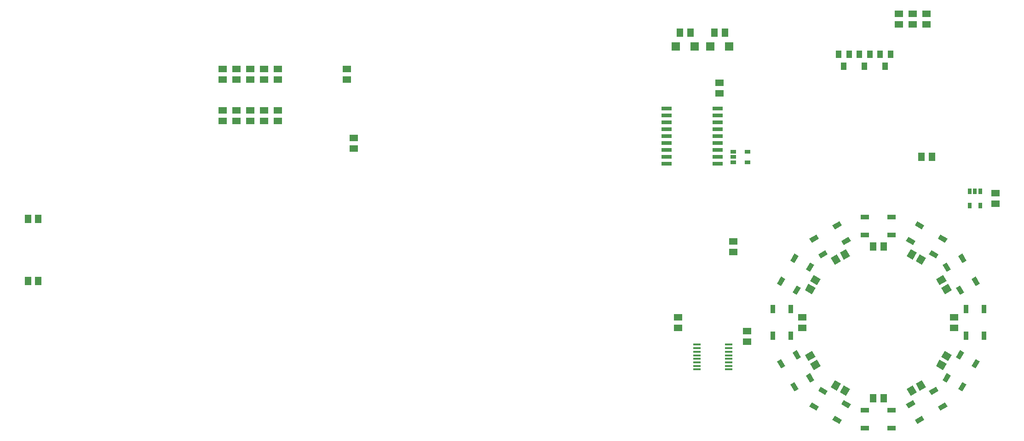
<source format=gbr>
G04 EAGLE Gerber RS-274X export*
G75*
%MOMM*%
%FSLAX34Y34*%
%LPD*%
%INSolderpaste Top*%
%IPPOS*%
%AMOC8*
5,1,8,0,0,1.08239X$1,22.5*%
G01*
%ADD10R,1.300000X1.500000*%
%ADD11R,1.500000X1.500000*%
%ADD12R,1.500000X1.300000*%
%ADD13R,1.000000X1.400000*%
%ADD14R,0.690000X0.990000*%
%ADD15R,1.850000X0.650000*%
%ADD16R,1.475000X0.450000*%
%ADD17R,0.990000X0.690000*%
%ADD18R,0.900000X1.500000*%
%ADD19R,1.500000X0.900000*%


D10*
X434950Y419100D03*
X415950Y419100D03*
X434950Y304800D03*
X415950Y304800D03*
D11*
X1643100Y736600D03*
X1608100Y736600D03*
D12*
X2070100Y777900D03*
X2070100Y796900D03*
X2044700Y777900D03*
X2044700Y796900D03*
X2019300Y777900D03*
X2019300Y796900D03*
D10*
X1616100Y762000D03*
X1635100Y762000D03*
D13*
X2003400Y722200D03*
X1984400Y722200D03*
X1993900Y700200D03*
X1965300Y722200D03*
X1946300Y722200D03*
X1955800Y700200D03*
X1927200Y722200D03*
X1908200Y722200D03*
X1917700Y700200D03*
D14*
X2168500Y470100D03*
X2159000Y470100D03*
X2149500Y470100D03*
X2149500Y444200D03*
X2168500Y444200D03*
D15*
X1685050Y520700D03*
X1685050Y533400D03*
X1685050Y546100D03*
X1685050Y558800D03*
X1685050Y571500D03*
X1685050Y584200D03*
X1685050Y596900D03*
X1685050Y609600D03*
X1685050Y622300D03*
X1591550Y622300D03*
X1591550Y609600D03*
X1591550Y596900D03*
X1591550Y584200D03*
X1591550Y571500D03*
X1591550Y558800D03*
X1591550Y546100D03*
X1591550Y533400D03*
X1591550Y520700D03*
D12*
X1689100Y669900D03*
X1689100Y650900D03*
D11*
X1671600Y736600D03*
X1706600Y736600D03*
D10*
X1698600Y762000D03*
X1679600Y762000D03*
D16*
X1647020Y187850D03*
X1647020Y181350D03*
X1647020Y174850D03*
X1647020Y168350D03*
X1647020Y161850D03*
X1647020Y155350D03*
X1647020Y148850D03*
X1647020Y142350D03*
X1705780Y142350D03*
X1705780Y148850D03*
X1705780Y155350D03*
X1705780Y161850D03*
X1705780Y168350D03*
X1705780Y174850D03*
X1705780Y181350D03*
X1705780Y187850D03*
D12*
X1739900Y193700D03*
X1739900Y212700D03*
X1612900Y238100D03*
X1612900Y219100D03*
X2197100Y447700D03*
X2197100Y466700D03*
D17*
X1714300Y542900D03*
X1714300Y533400D03*
X1714300Y523900D03*
X1740200Y523900D03*
X1740200Y542900D03*
D10*
X2079600Y533400D03*
X2060600Y533400D03*
D12*
X1714500Y358800D03*
X1714500Y377800D03*
D18*
X2142500Y204100D03*
X2175500Y204100D03*
X2175500Y253100D03*
X2142500Y253100D03*
D19*
G36*
X2114708Y130977D02*
X2107208Y117987D01*
X2099414Y122487D01*
X2106914Y135477D01*
X2114708Y130977D01*
G37*
G36*
X2143286Y114477D02*
X2135786Y101487D01*
X2127992Y105987D01*
X2135492Y118977D01*
X2143286Y114477D01*
G37*
G36*
X2167786Y156913D02*
X2160286Y143923D01*
X2152492Y148423D01*
X2159992Y161413D01*
X2167786Y156913D01*
G37*
G36*
X2139208Y173413D02*
X2131708Y160423D01*
X2123914Y164923D01*
X2131414Y177913D01*
X2139208Y173413D01*
G37*
G36*
X2049377Y78092D02*
X2036387Y70592D01*
X2031887Y78386D01*
X2044877Y85886D01*
X2049377Y78092D01*
G37*
G36*
X2065877Y49514D02*
X2052887Y42014D01*
X2048387Y49808D01*
X2061377Y57308D01*
X2065877Y49514D01*
G37*
G36*
X2108313Y74014D02*
X2095323Y66514D01*
X2090823Y74308D01*
X2103813Y81808D01*
X2108313Y74014D01*
G37*
G36*
X2091813Y102592D02*
X2078823Y95092D01*
X2074323Y102886D01*
X2087313Y110386D01*
X2091813Y102592D01*
G37*
X1956700Y67300D03*
X1956700Y34300D03*
X2005700Y34300D03*
X2005700Y67300D03*
G36*
X1883577Y95092D02*
X1870587Y102592D01*
X1875087Y110386D01*
X1888077Y102886D01*
X1883577Y95092D01*
G37*
G36*
X1867077Y66514D02*
X1854087Y74014D01*
X1858587Y81808D01*
X1871577Y74308D01*
X1867077Y66514D01*
G37*
G36*
X1909513Y42014D02*
X1896523Y49514D01*
X1901023Y57308D01*
X1914013Y49808D01*
X1909513Y42014D01*
G37*
G36*
X1926013Y70592D02*
X1913023Y78092D01*
X1917523Y85886D01*
X1930513Y78386D01*
X1926013Y70592D01*
G37*
G36*
X1830692Y160423D02*
X1823192Y173413D01*
X1830986Y177913D01*
X1838486Y164923D01*
X1830692Y160423D01*
G37*
G36*
X1802114Y143923D02*
X1794614Y156913D01*
X1802408Y161413D01*
X1809908Y148423D01*
X1802114Y143923D01*
G37*
G36*
X1826614Y101487D02*
X1819114Y114477D01*
X1826908Y118977D01*
X1834408Y105987D01*
X1826614Y101487D01*
G37*
G36*
X1855192Y117987D02*
X1847692Y130977D01*
X1855486Y135477D01*
X1862986Y122487D01*
X1855192Y117987D01*
G37*
D18*
X1819900Y253100D03*
X1786900Y253100D03*
X1786900Y204100D03*
X1819900Y204100D03*
D19*
G36*
X1847692Y326223D02*
X1855192Y339213D01*
X1862986Y334713D01*
X1855486Y321723D01*
X1847692Y326223D01*
G37*
G36*
X1819114Y342723D02*
X1826614Y355713D01*
X1834408Y351213D01*
X1826908Y338223D01*
X1819114Y342723D01*
G37*
G36*
X1794614Y300287D02*
X1802114Y313277D01*
X1809908Y308777D01*
X1802408Y295787D01*
X1794614Y300287D01*
G37*
G36*
X1823192Y283787D02*
X1830692Y296777D01*
X1838486Y292277D01*
X1830986Y279287D01*
X1823192Y283787D01*
G37*
G36*
X1913023Y379108D02*
X1926013Y386608D01*
X1930513Y378814D01*
X1917523Y371314D01*
X1913023Y379108D01*
G37*
G36*
X1896523Y407686D02*
X1909513Y415186D01*
X1914013Y407392D01*
X1901023Y399892D01*
X1896523Y407686D01*
G37*
G36*
X1854087Y383186D02*
X1867077Y390686D01*
X1871577Y382892D01*
X1858587Y375392D01*
X1854087Y383186D01*
G37*
G36*
X1870587Y354608D02*
X1883577Y362108D01*
X1888077Y354314D01*
X1875087Y346814D01*
X1870587Y354608D01*
G37*
X2005700Y389900D03*
X2005700Y422900D03*
X1956700Y422900D03*
X1956700Y389900D03*
G36*
X2078823Y362108D02*
X2091813Y354608D01*
X2087313Y346814D01*
X2074323Y354314D01*
X2078823Y362108D01*
G37*
G36*
X2095323Y390686D02*
X2108313Y383186D01*
X2103813Y375392D01*
X2090823Y382892D01*
X2095323Y390686D01*
G37*
G36*
X2052887Y415186D02*
X2065877Y407686D01*
X2061377Y399892D01*
X2048387Y407392D01*
X2052887Y415186D01*
G37*
G36*
X2036387Y386608D02*
X2049377Y379108D01*
X2044877Y371314D01*
X2031887Y378814D01*
X2036387Y386608D01*
G37*
G36*
X2131708Y296777D02*
X2139208Y283787D01*
X2131414Y279287D01*
X2123914Y292277D01*
X2131708Y296777D01*
G37*
G36*
X2160286Y313277D02*
X2167786Y300287D01*
X2159992Y295787D01*
X2152492Y308777D01*
X2160286Y313277D01*
G37*
G36*
X2135786Y355713D02*
X2143286Y342723D01*
X2135492Y338223D01*
X2127992Y351213D01*
X2135786Y355713D01*
G37*
G36*
X2107208Y339213D02*
X2114708Y326223D01*
X2106914Y321723D01*
X2099414Y334713D01*
X2107208Y339213D01*
G37*
D10*
G36*
X1910198Y357245D02*
X1921456Y363745D01*
X1928956Y350755D01*
X1917698Y344255D01*
X1910198Y357245D01*
G37*
G36*
X1893744Y347745D02*
X1905002Y354245D01*
X1912502Y341255D01*
X1901244Y334755D01*
X1893744Y347745D01*
G37*
X1990700Y368300D03*
X1971700Y368300D03*
G36*
X2057398Y354245D02*
X2068656Y347745D01*
X2061156Y334755D01*
X2049898Y341255D01*
X2057398Y354245D01*
G37*
G36*
X2040944Y363745D02*
X2052202Y357245D01*
X2044702Y344255D01*
X2033444Y350755D01*
X2040944Y363745D01*
G37*
G36*
X2109845Y299602D02*
X2116345Y288344D01*
X2103355Y280844D01*
X2096855Y292102D01*
X2109845Y299602D01*
G37*
G36*
X2100345Y316056D02*
X2106845Y304798D01*
X2093855Y297298D01*
X2087355Y308556D01*
X2100345Y316056D01*
G37*
G36*
X1905002Y102955D02*
X1893744Y109455D01*
X1901244Y122445D01*
X1912502Y115945D01*
X1905002Y102955D01*
G37*
G36*
X1921456Y93455D02*
X1910198Y99955D01*
X1917698Y112945D01*
X1928956Y106445D01*
X1921456Y93455D01*
G37*
G36*
X1852555Y157598D02*
X1846055Y168856D01*
X1859045Y176356D01*
X1865545Y165098D01*
X1852555Y157598D01*
G37*
G36*
X1862055Y141144D02*
X1855555Y152402D01*
X1868545Y159902D01*
X1875045Y148644D01*
X1862055Y141144D01*
G37*
D12*
X1841500Y238100D03*
X1841500Y219100D03*
D10*
G36*
X1855555Y304798D02*
X1862055Y316056D01*
X1875045Y308556D01*
X1868545Y297298D01*
X1855555Y304798D01*
G37*
G36*
X1846055Y288344D02*
X1852555Y299602D01*
X1865545Y292102D01*
X1859045Y280844D01*
X1846055Y288344D01*
G37*
D12*
X2120900Y219100D03*
X2120900Y238100D03*
D10*
G36*
X2106845Y152402D02*
X2100345Y141144D01*
X2087355Y148644D01*
X2093855Y159902D01*
X2106845Y152402D01*
G37*
G36*
X2116345Y168856D02*
X2109845Y157598D01*
X2096855Y165098D01*
X2103355Y176356D01*
X2116345Y168856D01*
G37*
G36*
X2052202Y99955D02*
X2040944Y93455D01*
X2033444Y106445D01*
X2044702Y112945D01*
X2052202Y99955D01*
G37*
G36*
X2068656Y109455D02*
X2057398Y102955D01*
X2049898Y115945D01*
X2061156Y122445D01*
X2068656Y109455D01*
G37*
X1971700Y88900D03*
X1990700Y88900D03*
D12*
X1003300Y676300D03*
X1003300Y695300D03*
X1016000Y549300D03*
X1016000Y568300D03*
X850900Y695300D03*
X850900Y676300D03*
X825500Y695300D03*
X825500Y676300D03*
X800100Y695300D03*
X800100Y676300D03*
X774700Y695300D03*
X774700Y676300D03*
X876300Y695300D03*
X876300Y676300D03*
X800100Y600100D03*
X800100Y619100D03*
X825500Y600100D03*
X825500Y619100D03*
X850900Y600100D03*
X850900Y619100D03*
X774700Y600100D03*
X774700Y619100D03*
X876300Y600100D03*
X876300Y619100D03*
M02*

</source>
